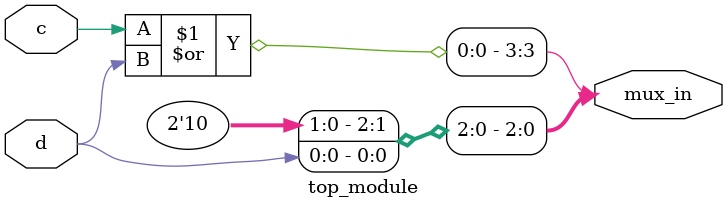
<source format=sv>
module top_module (
    input c,
    input d,
    output [3:0] mux_in
);

    // Assign values based on the provided Karnaugh map

    // ab = 00
    assign mux_in[0] = d;   // When ab = 00: 00 -> 0, 01 -> 1, 11 -> 1, 10 -> 1 => d

    // ab = 01
    assign mux_in[1] = 0;  // All values are 0

    // ab = 11
    assign mux_in[3] = c | d;  // When ab = 11: 00 -> 1, 01 -> 1, 11 -> 1, 10 -> 1 => c | d

    // ab = 10
    assign mux_in[2] = 1;  // When ab = 10: 00 -> 1, 01 -> 0, 11 -> 1, 10 -> 1 => 1

endmodule

</source>
